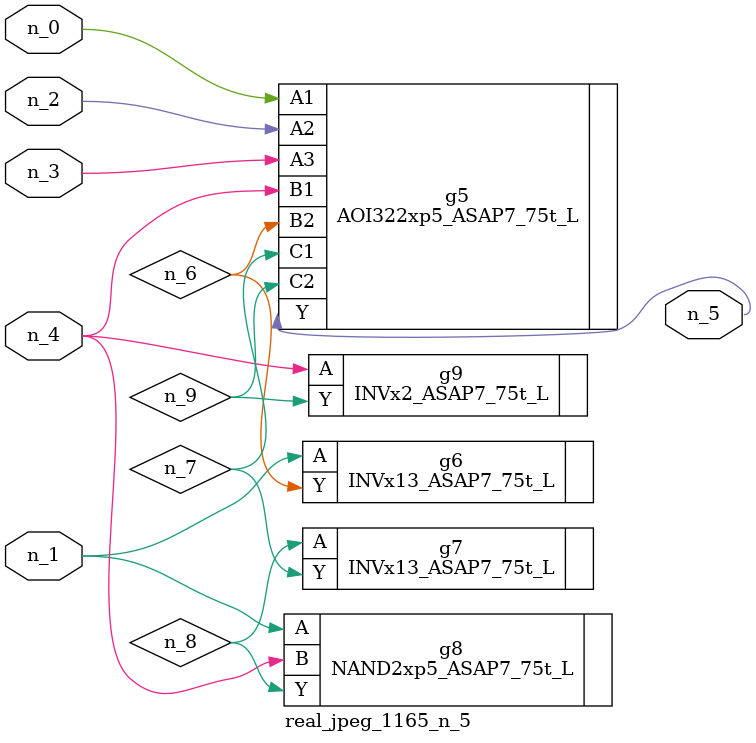
<source format=v>
module real_jpeg_1165_n_5 (n_4, n_0, n_1, n_2, n_3, n_5);

input n_4;
input n_0;
input n_1;
input n_2;
input n_3;

output n_5;

wire n_8;
wire n_6;
wire n_7;
wire n_9;

AOI322xp5_ASAP7_75t_L g5 ( 
.A1(n_0),
.A2(n_2),
.A3(n_3),
.B1(n_4),
.B2(n_6),
.C1(n_7),
.C2(n_9),
.Y(n_5)
);

INVx13_ASAP7_75t_L g6 ( 
.A(n_1),
.Y(n_6)
);

NAND2xp5_ASAP7_75t_L g8 ( 
.A(n_1),
.B(n_4),
.Y(n_8)
);

INVx2_ASAP7_75t_L g9 ( 
.A(n_4),
.Y(n_9)
);

INVx13_ASAP7_75t_L g7 ( 
.A(n_8),
.Y(n_7)
);


endmodule
</source>
